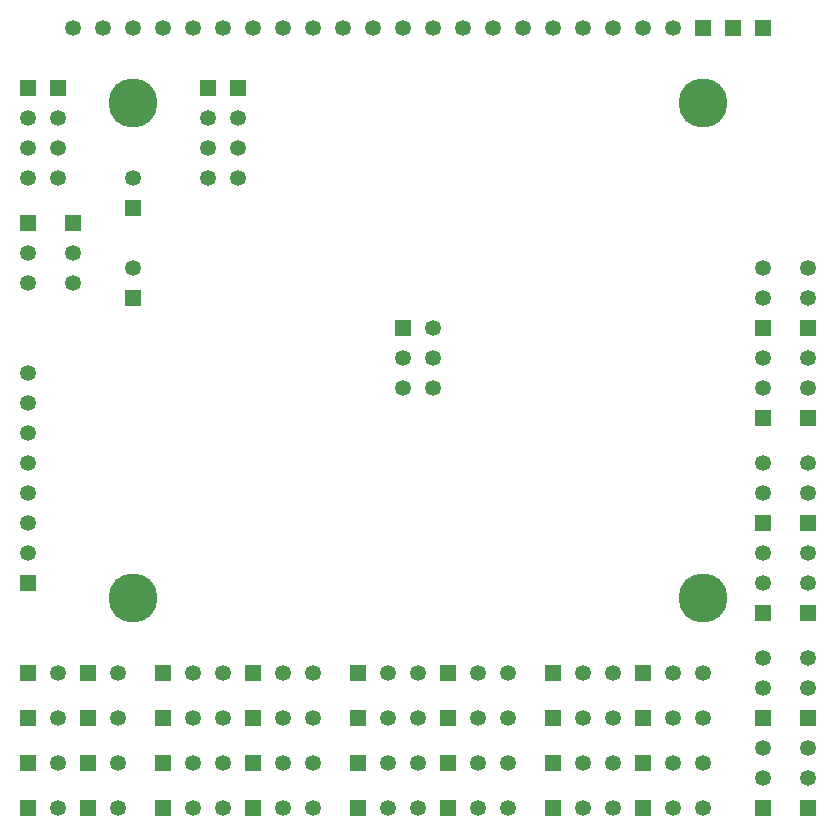
<source format=gbs>
G75*
%MOIN*%
%OFA0B0*%
%FSLAX24Y24*%
%IPPOS*%
%LPD*%
%AMOC8*
5,1,8,0,0,1.08239X$1,22.5*
%
%ADD10R,0.0532X0.0532*%
%ADD11C,0.0532*%
%ADD12C,0.1635*%
D10*
X003871Y001550D03*
X003871Y003050D03*
X003871Y004550D03*
X003871Y006050D03*
X005871Y006050D03*
X005871Y004550D03*
X005871Y003050D03*
X005871Y001550D03*
X008371Y001550D03*
X008371Y003050D03*
X008371Y004550D03*
X008371Y006050D03*
X011371Y006050D03*
X011371Y004550D03*
X011371Y003050D03*
X011371Y001550D03*
X014871Y001550D03*
X014871Y003050D03*
X014871Y004550D03*
X014871Y006050D03*
X017871Y006050D03*
X017871Y004550D03*
X017871Y003050D03*
X017871Y001550D03*
X021371Y001550D03*
X021371Y003050D03*
X021371Y004550D03*
X021371Y006050D03*
X024371Y006050D03*
X024371Y004550D03*
X024371Y003050D03*
X024371Y001550D03*
X028371Y001550D03*
X029871Y001550D03*
X029871Y004550D03*
X028371Y004550D03*
X028371Y008050D03*
X029871Y008050D03*
X029871Y011050D03*
X028371Y011050D03*
X028371Y014550D03*
X029871Y014550D03*
X029871Y017550D03*
X028371Y017550D03*
X028371Y027550D03*
X027371Y027550D03*
X026371Y027550D03*
X016371Y017550D03*
X010871Y025550D03*
X009871Y025550D03*
X007371Y021550D03*
X005371Y021050D03*
X003871Y021050D03*
X007371Y018550D03*
X004871Y025550D03*
X003871Y025550D03*
X003871Y009050D03*
D11*
X003871Y010050D03*
X003871Y011050D03*
X003871Y012050D03*
X003871Y013050D03*
X003871Y014050D03*
X003871Y015050D03*
X003871Y016050D03*
X003871Y019050D03*
X003871Y020050D03*
X005371Y020050D03*
X005371Y019050D03*
X007371Y019550D03*
X007371Y022550D03*
X009871Y022550D03*
X010871Y022550D03*
X010871Y023550D03*
X010871Y024550D03*
X009871Y024550D03*
X009871Y023550D03*
X010371Y027550D03*
X011371Y027550D03*
X012371Y027550D03*
X013371Y027550D03*
X014371Y027550D03*
X015371Y027550D03*
X016371Y027550D03*
X017371Y027550D03*
X018371Y027550D03*
X019371Y027550D03*
X020371Y027550D03*
X021371Y027550D03*
X022371Y027550D03*
X023371Y027550D03*
X024371Y027550D03*
X025371Y027550D03*
X028371Y019550D03*
X028371Y018550D03*
X029871Y018550D03*
X029871Y019550D03*
X029871Y016550D03*
X029871Y015550D03*
X028371Y015550D03*
X028371Y016550D03*
X028371Y013050D03*
X028371Y012050D03*
X029871Y012050D03*
X029871Y013050D03*
X029871Y010050D03*
X029871Y009050D03*
X028371Y009050D03*
X028371Y010050D03*
X028371Y006550D03*
X028371Y005550D03*
X029871Y005550D03*
X029871Y006550D03*
X029871Y003550D03*
X029871Y002550D03*
X028371Y002550D03*
X028371Y003550D03*
X026371Y003050D03*
X025371Y003050D03*
X025371Y001550D03*
X026371Y001550D03*
X023371Y001550D03*
X022371Y001550D03*
X022371Y003050D03*
X023371Y003050D03*
X023371Y004550D03*
X022371Y004550D03*
X022371Y006050D03*
X023371Y006050D03*
X025371Y006050D03*
X026371Y006050D03*
X026371Y004550D03*
X025371Y004550D03*
X019871Y004550D03*
X018871Y004550D03*
X018871Y003050D03*
X019871Y003050D03*
X019871Y001550D03*
X018871Y001550D03*
X016871Y001550D03*
X015871Y001550D03*
X015871Y003050D03*
X016871Y003050D03*
X016871Y004550D03*
X015871Y004550D03*
X015871Y006050D03*
X016871Y006050D03*
X018871Y006050D03*
X019871Y006050D03*
X013371Y006050D03*
X012371Y006050D03*
X012371Y004550D03*
X013371Y004550D03*
X013371Y003050D03*
X012371Y003050D03*
X012371Y001550D03*
X013371Y001550D03*
X010371Y001550D03*
X009371Y001550D03*
X009371Y003050D03*
X010371Y003050D03*
X010371Y004550D03*
X009371Y004550D03*
X009371Y006050D03*
X010371Y006050D03*
X006871Y006050D03*
X006871Y004550D03*
X006871Y003050D03*
X006871Y001550D03*
X004871Y001550D03*
X004871Y003050D03*
X004871Y004550D03*
X004871Y006050D03*
X016371Y015550D03*
X017371Y015550D03*
X017371Y016550D03*
X017371Y017550D03*
X016371Y016550D03*
X004871Y022550D03*
X003871Y022550D03*
X003871Y023550D03*
X004871Y023550D03*
X004871Y024550D03*
X003871Y024550D03*
X005371Y027550D03*
X006371Y027550D03*
X007371Y027550D03*
X008371Y027550D03*
X009371Y027550D03*
D12*
X007371Y025050D03*
X007371Y008550D03*
X026371Y008550D03*
X026371Y025050D03*
M02*

</source>
